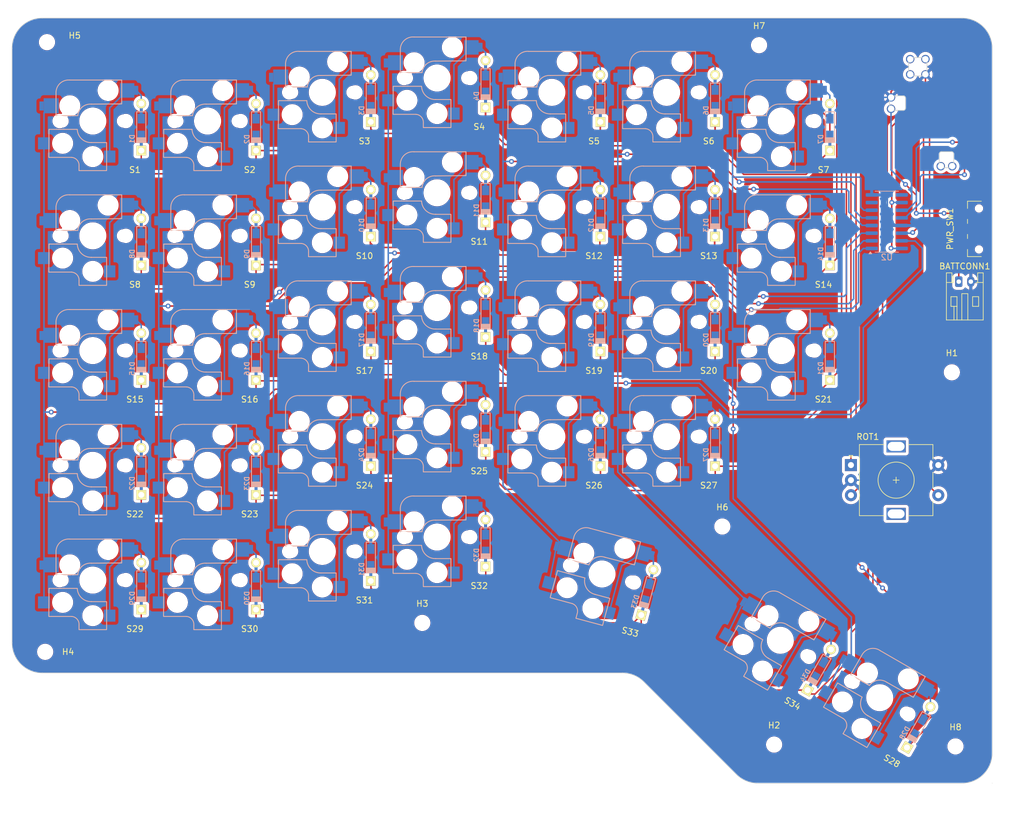
<source format=kicad_pcb>
(kicad_pcb (version 20240108) (generator "pcbnew") (generator_version "8.0")
  (layers (0 "F.Cu" signal) (31 "B.Cu" signal) (34 "B.Paste" user) (35 "F.Paste" user) (36 "B.SilkS" user "B.Silkscreen") (37 "F.SilkS" user "F.Silkscreen") (38 "B.Mask" user) (39 "F.Mask" user) (44 "Edge.Cuts" user))
  (net 0 "")
  (net 1 "row0")
  (net 2 "Net-(D1-A)")
  (net 3 "Net-(D2-A)")
  (net 4 "Net-(D3-A)")
  (net 5 "Net-(D4-A)")
  (net 6 "Net-(D5-A)")
  (net 7 "Net-(D6-A)")
  (net 8 "row1")
  (net 9 "Net-(D7-A)")
  (net 10 "Net-(D8-A)")
  (net 11 "Net-(D9-A)")
  (net 12 "Net-(D10-A)")
  (net 13 "Net-(D11-A)")
  (net 14 "Net-(D12-A)")
  (net 15 "row2")
  (net 16 "Net-(D13-A)")
  (net 17 "Net-(D14-A)")
  (net 18 "Net-(D15-A)")
  (net 19 "Net-(D16-A)")
  (net 20 "Net-(D17-A)")
  (net 21 "Net-(D18-A)")
  (net 22 "row3")
  (net 23 "Net-(D19-A)")
  (net 24 "Net-(D20-A)")
  (net 25 "Net-(D21-A)")
  (net 26 "Net-(D22-A)")
  (net 27 "Net-(D23-A)")
  (net 28 "Net-(D24-A)")
  (net 29 "row4")
  (net 30 "Net-(D25-A)")
  (net 31 "Net-(D26-A)")
  (net 32 "Net-(D27-A)")
  (net 33 "Net-(D28-A)")
  (net 34 "Net-(D29-A)")
  (net 35 "Net-(D30-A)")
  (net 37 "BATT")
  (net 38 "RAW")
  (net 39 "ROTA")
  (net 40 "ROTB")
  (net 41 "GND")
  (net 42 "B1")
  (net 43 "RESET")
  (net 44 "col0")
  (net 45 "col1")
  (net 46 "col2")
  (net 47 "col3")
  (net 48 "col4")
  (net 49 "col5")
  (net 50 "VCC")
  (net 54 "Net-(D31-A)")
  (net 55 "Net-(D32-A)")
  (net 56 "Net-(D33-A)")
  (net 57 "Net-(D34-A)")
  (net 58 "IO_CS")
  (net 59 "SCK")
  (net 60 "MOSI")
  (net 63 "col6")
  (net 64 "col7")
  (footprint "MountingHole:MountingHole_2.2mm_M2" (layer "F.Cu") (at 161.65 112.55)
    (property "Reference" "H6")
    (property "Value" "MountingHole")
  )
  (footprint "wackymxter:HybridDiode" (layer "F.Cu") (at 194.248322 145.851863 -120)
    (property "Reference" "D28")
    (property "Value" "Diode" (hide yes))
  )
  (footprint "wackymxter:MX_Choc_Hotswap" (layer "F.Cu") (at 133.35 59.53125)
    (property "Reference" "S12")
    (property "Value" "Keyswitch" (hide yes))
  )
  (footprint "wackymxter:HybridDiode" (layer "F.Cu") (at 103.3 98.63125 -90)
    (property "Reference" "D24")
    (property "Value" "Diode" (hide yes))
  )
  (footprint "wackymxter:MX_Choc_Hotswap" (layer "F.Cu") (at 114.3 76.2)
    (property "Reference" "S18")
    (property "Value" "Keyswitch" (hide yes))
  )
  (footprint "wackymxter:MX_Choc_Hotswap" (layer "F.Cu") (at 57.15 102.39375)
    (property "Reference" "S22")
    (property "Value" "Keyswitch" (hide yes))
  )
  (footprint "wackymxter:MX_Choc_Hotswap" (layer "F.Cu") (at 57.15 45.24375)
    (property "Reference" "S1")
    (property "Value" "Keyswitch" (hide yes))
  )
  (footprint "wackymxter:MX_Choc_Hotswap" (layer "F.Cu") (at 133.35 40.48125)
    (property "Reference" "S5")
    (property "Value" "Keyswitch" (hide yes))
  )
  (footprint "wackymxter:MX_Choc_Hotswap" (layer "F.Cu") (at 95.25 97.63125)
    (property "Reference" "S24")
    (property "Value" "Keyswitch" (hide yes))
  )
  (footprint "MountingHole:MountingHole_2.2mm_M2" (layer "F.Cu") (at 200.35 149.05)
    (property "Reference" "H8")
    (property "Value" "MountingHole")
  )
  (footprint "wackymxter:HybridDiode" (layer "F.Cu") (at 103.3 79.58125 -90)
    (property "Reference" "D17")
    (property "Value" "Diode" (hide yes))
  )
  (footprint "wackymxter:MX_Choc_Hotswap" (layer "F.Cu") (at 114.3 114.3)
    (property "Reference" "S32")
    (property "Value" "Keyswitch" (hide yes))
  )
  (footprint "MountingHole:MountingHole_2.2mm_M2" (layer "F.Cu") (at 49.55 32.15)
    (property "Reference" "H5")
    (property "Value" "MountingHole")
  )
  (footprint "wackymxter:MX_Choc_Hotswap" (layer "F.Cu") (at 133.35 97.63125)
    (property "Reference" "S26")
    (property "Value" "Keyswitch" (hide yes))
  )
  (footprint "wackymxter:HybridDiode" (layer "F.Cu") (at 160.45 60.53125 -90)
    (property "Reference" "D13")
    (property "Value" "Diode" (hide yes))
  )
  (footprint "wackymxter:MX_Choc_Hotswap" (layer "F.Cu") (at 187.776818 140.960838 -30)
    (property "Reference" "S28")
    (property "Value" "Keyswitch" (hide yes))
  )
  (footprint "wackymxter:HybridDiode" (layer "F.Cu") (at 84.25 103.39375 -90)
    (property "Reference" "D23")
    (property "Value" "Diode" (hide yes))
  )
  (footprint "wackymxter:MX_Choc_Hotswap" (layer "F.Cu") (at 171.45 83.34375)
    (property "Reference" "S21")
    (property "Value" "Keyswitch" (hide yes))
  )
  (footprint "wackymxter:HybridDiode" (layer "F.Cu") (at 160.45 41.48125 -90)
    (property "Reference" "D6")
    (property "Value" "Diode" (hide yes))
  )
  (footprint "Connector_JST:JST_PH_S2B-PH-K_1x02_P2.00mm_Horizontal" (layer "F.Cu") (at 200.9 71.9)
    (property "Reference" "BATTCONN1")
    (property "Value" "Conn_01x02_Female")
  )
  (footprint "wackymxter:MX_Choc_Hotswap" (layer "F.Cu") (at 76.2 83.34375)
    (property "Reference" "S16")
    (property "Value" "Keyswitch" (hide yes))
  )
  (footprint "wackymxter:HybridDiode" (layer "F.Cu") (at 179.5 46.24375 -90)
    (property "Reference" "D7")
    (property "Value" "Diode" (hide yes))
  )
  (footprint "MountingHole:MountingHole_2.2mm_M2" (layer "F.Cu") (at 111.85 128.55)
    (property "Reference" "H3")
    (property "Value" "MountingHole")
  )
  (footprint "wackymxter:HybridDiode" (layer "F.Cu") (at 179.5 65.29375 -90)
    (property "Reference" "D14")
    (property "Value" "Diode" (hide yes))
  )
  (footprint "wackymxter:MX_Choc_Hotswap" (layer "F.Cu") (at 57.15 83.34375)
    (property "Reference" "S15")
    (property "Value" "Keyswitch" (hide yes))
  )
  (footprint "Button_Switch_SMD:SW_SPDT_CK_JS102011SAQN" (layer "F.Cu") (at 204.25 63.15 90)
    (property "Reference" "PWR_SW1")
    (property "Value" "SW_SPDT")
  )
  (footprint "wackymxter:HybridDiode" (layer "F.Cu") (at 65.2 122.44375 -90)
    (property "Reference" "D29")
    (property "Value" "Diode" (hide yes))
  )
  (footprint "wackymxter:HybridDiode" (layer "F.Cu") (at 103.3 60.53125 -90)
    (property "Reference" "D10")
    (property "Value" "Diode" (hide yes))
  )
  (footprint "wackymxter:HybridDiode" (layer "F.Cu") (at 177.750538 136.326863 -120)
    (property "Reference" "D34")
    (property "Value" "Diode" (hide yes))
  )
  (footprint "wackymxter:HybridDiode" (layer "F.Cu") (at 103.3 41.48125 -90)
    (property "Reference" "D3")
    (property "Value" "Diode" (hide yes))
  )
  (footprint "Rotary_Encoder:RotaryEncoder_Alps_EC11E-Switch_Vertical_H20mm" (layer "F.Cu") (at 183 102.35)
    (property "Reference" "ROT1")
    (property "Value" "RotaryEncoder_Switch")
  )
  (footprint "mcu:xiao-ble-smd-cutout" (layer "F.Cu") (at 194.1 43.532)
    (property "Reference" "U1" (hide yes))
    (property "Value" "xiao-ble" (hide yes))
    (fp_line (start -4.699 -0.7488) (end -4.699 -1.7902) (stroke (width 0.12)) (layer "Edge.Cuts"))
    (fp_line (start -4.0132 -2.476) (end -2.413 -2.476) (stroke (width 0.12)) (layer "Edge.Cuts"))
    (fp_line (start -2.413 -0.063) (end -4.0132 -0.063) (stroke (width 0.12)) (layer "Edge.Cuts"))
    (fp_line (start -2.032 -2.095) (end -2.032 -0.444) (stroke (width 0.12)) (layer "Edge.Cuts"))
    (fp_line (start -1.524 -6.4638) (end -1.524 -8.1402) (stroke (width 0.12)) (layer "Edge.Cuts"))
    (fp_line (start -0.8382 -8.826) (end 0.8382 -8.826) (stroke (width 0.12)) (layer "Edge.Cuts"))
    (fp_line (start -0.8382 -5.778) (end 0.8382 -5.778) (stroke (width 0.12)) (layer "Edge.Cuts"))
    (fp_line (start 1.524 -6.4638) (end 1.524 -8.1402) (stroke (width 0.12)) (layer "Edge.Cuts"))
    (fp_line (start 3.556 8.7762) (end 3.5565 7.176) (stroke (width 0.12)) (layer "Edge.Cuts"))
    (fp_line (start 3.9375 6.795) (end 5.5885 6.795) (stroke (width 0.12)) (layer "Edge.Cuts"))
    (fp_line (start 5.2832 9.462) (end 4.2418 9.462) (stroke (width 0.12)) (layer "Edge.Cuts"))
    (fp_line (start 5.9695 7.176) (end 5.969 8.7762) (stroke (width 0.12)) (layer "Edge.Cuts"))
    (fp_arc (start -4.699 -0.7488) (mid -4.095391 -0.666609) (end -4.0132 -0.063) (stroke (width 0.12)) (layer "Edge.Cuts"))
    (fp_arc (start -4.0132 -2.476) (mid -4.095391 -1.872391) (end -4.699 -1.7902) (stroke (width 0.12)) (layer "Edge.Cuts"))
    (fp_arc (start -2.413 -2.476) (mid -2.143592 -2.364408) (end -2.032 -2.095) (stroke (width 0.12)) (layer "Edge.Cuts"))
    (fp_arc (start -2.032 -0.444) (mid -2.143592 -0.174592) (end -2.413 -0.063) (stroke (width 0.12)) (layer "Edge.Cuts"))
    (fp_arc (start -1.524 -6.4638) (mid -0.920391 -6.381609) (end -0.8382 -5.778) (stroke (width 0.12)) (layer "Edge.Cuts"))
    (fp_arc (start -0.8382 -8.826) (mid -0.920391 -8.222391) (end -1.524 -8.1402) (stroke (width 0.12)) (layer "Edge.Cuts"))
    (fp_arc (start 0.8382 -5.778) (mid 0.920391 -6.381609) (end 1.524 -6.4638) (stroke (width 0.12)) (layer "Edge.Cuts"))
    (fp_arc (start 1.524 -8.1402) (mid 0.920393 -8.222393) (end 0.8382 -8.826) (stroke (width 0.12)) (layer "Edge.Cuts"))
    (fp_arc (start 3.556 8.7762) (mid 4.159607 8.858393) (end 4.2418 9.462) (stroke (width 0.12)) (layer "Edge.Cuts"))
    (fp_arc (start 3.5565 7.176) (mid 3.668092 6.906592) (end 3.9375 6.795) (stroke (width 0.12)) (layer "Edge.Cuts"))
    (fp_arc (start 5.2832 9.462) (mid 5.365393 8.858393) (end 5.969 8.7762) (stroke (width 0.12)) (layer "Edge.Cuts"))
    (fp_arc (start 5.5885 6.795) (mid 5.857908 6.906592) (end 5.9695 7.176) (stroke (width 0.12)) (layer "Edge.Cuts"))
  )
  (footprint "wackymxter:MX_Choc_Hotswap" (layer "F.Cu") (at 152.4 97.63125)
    (property "Reference" "S27")
    (property "Value" "Keyswitch" (hide yes))
  )
  (footprint "wackymxter:MX_Choc_Hotswap" (layer "F.Cu") (at 95.25 78.58125)
    (property "Reference" "S17")
    (property "Value" "Keyswitch" (hide yes))
  )
  (footprint "wackymxter:HybridDiode" (layer "F.Cu") (at 179.5 84.34375 -90)
    (property "Reference" "D21")
    (property "Value" "Diode" (hide yes))
  )
  (footprint "wackymxter:MX_Choc_Hotswap" (layer "F.Cu") (at 152.4 40.48125)
    (property "Reference" "S6")
    (property "Value" "Keyswitch" (hide yes))
  )
  (footprint "wackymxter:HybridDiode" (layer "F.Cu") (at 122.35 96.25 -90)
    (property "Reference" "D25")
    (property "Value" "Diode" (hide yes))
  )
  (footprint "wackymxter:HybridDiode" (layer "F.Cu") (at 65.2 46.24375 -90)
    (property "Reference" "D1")
    (property "Value" "Diode" (hide yes))
  )
  (footprint "wackymxter:MX_Choc_Hotswap" (layer "F.Cu") (at 76.2 121.44375)
    (property "Reference" "S30")
    (property "Value" "Keyswitch" (hide yes))
  )
  (footprint "wackymxter:HybridDiode" (layer "F.Cu") (at 141.4 98.63125 -90)
    (property "Reference" "D26")
    (property "Value" "Diode" (hide yes))
  )
  (footprint "wackymxter:HybridDiode" (layer "F.Cu") (at 84.25 84.34375 -90)
    (property "Reference" "D16")
    (property "Value" "Diode" (hide yes))
  )
  (footprint "wackymxter:MX_Choc_Hotswap" (layer "F.Cu") (at 152.4 59.53125)
    (property "Reference" "S13")
    (property "Value" "Keyswitch" (hide yes))
  )
  (footprint "wackymxter:HybridDiode" (layer "F.Cu") (at 141.4 79.58125 -90)
    (property "Reference" "D19")
    (property "Value" "Diode" (hide yes))
  )
  (footprint "wackymxter:MX_Choc_Hotswap" (layer "F.Cu") (at 171.279034 131.435838 -30)
    (property "Reference" "S34")
    (property "Value" "Keyswitch" (hide yes))
  )
  (footprint "wackymxter:HybridDiode" (layer "F.Cu") (at 122.35 115.3 -90)
    (property "Reference" "D32")
    (property "Value" "Diode" (hide yes))
  )
  (footprint "wackymxter:HybridDiode" (layer "F.Cu") (at 122.35 77.2 -90)
    (property "Reference" "D18")
    (property "Value" "Diode" (hide yes))
  )
  (footprint "wackymxter:HybridDiode" (layer "F.Cu") (at 149.198514 123.47557 -105)
    (property "Reference" "D33")
    (property "Value" "Diode" (hide yes))
  )
  (footprint "wackymxter:MX_Choc_Hotswap" (layer "F.Cu") (at 76.2 102.39375)
    (property "Reference" "S23")
    (property "Value" "Keyswitch" (hide yes))
  )
  (footprint "wackymxter:MX_Choc_Hotswap" (layer "F.Cu") (at 114.3 95.25)
    (property "Reference" "S25")
    (property "Value" "Keyswitch" (hide yes))
  )
  (footprint "wackymxter:MX_Choc_Hotswap" (layer "F.Cu") (at 114.3 57.15)
    (property "Reference" "S11")
    (property "Value" "Keyswitch" (hide yes))
  )
  (footprint "wackymxter:MX_Choc_Hotswap" (layer "F.Cu") (at 114.3 38.1)
    (property "Reference" "S4")
    (property "Value" "Keyswitch" (hide yes))
  )
  (footprint "wackymxter:HybridDiode" (layer "F.Cu") (at 84.25 46.24375 -90)
    (property "Reference" "D2")
    (property "Value" "Diode" (hide yes))
  )
  (footprint "MountingHole:MountingHole_2.2mm_M2" (layer "F.Cu") (at 49.25 133.35)
    (property "Reference" "H4")
    (property "Value" "MountingHole")
  )
  (footprint "wackymxter:HybridDiode" (layer "F.Cu") (at 160.45 79.58125 -90)
    (property "Reference" "D20")
    (property "Value" "Diode" (hide yes))
  )
  (footprint "wackymxter:HybridDiode" (layer "F.Cu") (at 122.35 58.15 -90)
    (property "Reference" "D11")
    (property "Value" "Diode" (hide yes))
  )
  (footprint "wackymxter:HybridDiode" (layer "F.Cu") (at 122.35 39.1 -90)
    (property "Reference" "D4")
    (property "Value" "Diode" (hide yes))
  )
  (footprint "wackymxter:MX_Choc_Hotswap" (layer "F.Cu") (at 57.15 121.44375)
    (property "Reference" "S29")
    (property "Value" "Keyswitch" (hide yes))
  )
  (footprint "wackymxter:MX_Choc_Hotswap" (layer "F.Cu") (at 171.45 45.24375)
    (property "Reference" "S7")
    (property "Value" "Keyswitch" (hide yes))
  )
  (footprint "wackymxter:MX_Choc_Hotswap" (layer "F.Cu") (at 57.15 64.29375)
    (property "Reference" "S8")
    (property "Value" "Keyswitch" (hide yes))
  )
  (footprint "wackymxter:HybridDiode" (layer "F.Cu") (at 65.2 103.39375 -90)
    (property "Reference" "D22")
    (property "Value" "Diode" (hide yes))
  )
  (footprint "wackymxter:MX_Choc_Hotswap" (layer "F.Cu") (at 95.25 116.68125)
    (property "Reference" "S31")
    (property "Value" "Keyswitch" (hide yes))
  )
  (footprint "wackymxter:HybridDiode" (layer "F.Cu") (at 141.4 60.53125 -90)
    (property "Reference" "D12")
    (property "Value" "Diode" (hide yes))
  )
  (footprint "wackymxter:HybridDiode" (layer "F.Cu") (at 103.3 117.68125 -90)
    (property "Reference" "D31")
    (property "Value" "Diode" (hide yes))
  )
  (footprint "wackymxter:MX_Choc_Hotswap" (layer "F.Cu") (at 133.35 78.58125)
    (property "Reference" "S19")
    (property "Value" "Keyswitch" (hide yes))
  )
  (footprint "wackymxter:HybridDiode" (layer "F.Cu") (at 65.2 84.34375 -90)
    (property "Reference" "D15")
    (property "Value" "Diode" (hide yes))
  )
  (footprint "MountingHole:MountingHole_2.2mm_M2" (layer "F.Cu") (at 167.75 32.65)
    (property "Reference" "H7")
    (property "Value" "MountingHole")
  )
  (footprint "MountingHole:MountingHole_2.2mm_M2" (layer "F.Cu") (at 199.75 86.95)
    (property "Reference" "H1")
    (property "Value" "MountingHole")
  )
  (footprint "wackymxter:MX_Choc_Hotswap" (layer "F.Cu") (at 95.25 59.53125)
    (property "Reference" "S10")
    (property "Value" "Keyswitch" (hide yes))
  )
  (footprint "MountingHole:MountingHole_2.2mm_M2" (layer "F.Cu") (at 170.25 148.75)
    (property "Reference" "H2")
    (property "Value" "MountingHole")
  )
  (footprint "wackymxter:HybridDiode" (layer "F.Cu") (at 141.4 41.48125 -90)
    (property "Reference" "D5")
    (property "Value" "Diode" (hide yes))
  )
  (footprint "wackymxter:MX_Choc_Hotswap" (layer "F.Cu") (at 141.681631 120.426151 -15)
    (property "Reference" "S33")
    (property "Value" "Keyswitch" (hide yes))
  )
  (footprint "wackymxter:HybridDiode" (layer "F.Cu") (at 84.25 65.29375 -90)
    (property "Reference" "D9")
    (property "Value" "Diode" (hide yes))
  )
  (footprint "wackymxter:HybridDiode" (layer "F.Cu") (at 84.25 122.44375 -90)
    (property "Reference" "D30")
    (property "Value" "Diode" (hide yes))
  )
  (footprint "wackymxter:MX_Choc_Hotswap" (layer "F.Cu") (at 171.45 64.29375)
    (property "Reference" "S14")
    (property "Value" "Keyswitch" (hide yes))
  )
  (footprint "wackymxter:HybridDiode" (layer "F.Cu") (at 65.2 65.29375 -90)
    (property "Reference" "D8")
    (property "Value" "Diode" (hide yes))
  )
  (footprint "wackymxter:MX_Choc_Hotswap" (layer "F.Cu") (at 76.2 45.24375)
    (property "Reference" "S2")
    (property "Value" "Keyswitch" (hide yes))
  )
  (footprint "wackymxter:MX_Choc_Hotswap" (layer "F.Cu") (at 76.2 64.29375)
    (property "Reference" "S9")
    (property "Value" "Keyswitch" (hide yes))
  )
  (footprint "wackymxter:MX_Choc_Hotswap" (layer "F.Cu") (at 95.25 40.48125)
    (property "Reference" "S3")
    (property "Value" "Keyswitch" (hide yes))
  )
  (footprint "wackymxter:HybridDiode" (layer "F.Cu") (at 160.45 98.63125 -90)
    (property "Reference" "D27")
    (property "Value" "Diode" (hide yes))
  )
  (footprint "wackymxter:MX_Choc_Hotswap" (layer "F.Cu") (at 152.4 78.58125)
    (property "Reference" "S20")
    (property "Value" "Keyswitch" (hide yes))
  )
  (footprint "Package_SO:SOP-16_3.9x9.9mm_P1.27mm" (layer "B.Cu") (at 188.95 61.95)
    (property "Reference" "U2")
    (property "Value" "74HC595")
  )
  (gr_line (start 48.75 28.15) (end 201.45 28.15) (stroke (width 0.1)) (layer "Edge.Cuts"))
  (gr_line (start 206.45 155.15) (end 206.45 155.15) (stroke (width 0.1)) (layer "Edge.Cuts"))
  (gr_arc (start 43.75 33.15) (mid 45.214466 29.614466) (end 48.75 28.15) (stroke (width 0.1)) (layer "Edge.Cuts"))
  (gr_arc (start 48.75 136.85) (mid 45.214466 135.385534) (end 43.75 131.85) (stroke (width 0.1)) (layer "Edge.Cuts"))
  (gr_arc (start 167.521068 155.15) (mid 165.607658 154.769387) (end 163.985534 153.685534) (stroke (width 0.1)) (layer "Edge.Cuts"))
  (gr_line (start 43.75 131.85) (end 43.75 33.15) (stroke (width 0.1)) (layer "Edge.Cuts"))
  (gr_arc (start 201.45 28.15) (mid 204.985534 29.614466) (end 206.45 33.15) (stroke (width 0.1)) (layer "Edge.Cuts"))
  (gr_arc (start 145.078932 136.85) (mid 146.992349 137.230602) (end 148.614466 138.314466) (stroke (width 0.1)) (layer "Edge.Cuts"))
  (gr_arc (start 206.45 150.15) (mid 204.985534 153.685534) (end 201.45 155.15) (stroke (width 0.1)) (layer "Edge.Cuts"))
  (gr_line (start 145.078932 136.85) (end 48.75 136.85) (stroke (width 0.1)) (layer "Edge.Cuts"))
  (gr_line (start 201.45 155.15) (end 167.521068 155.15) (stroke (width 0.1)) (layer "Edge.Cuts"))
  (gr_line (start 163.985534 153.685534) (end 148.614466 138.314466) (stroke (width 0.1)) (layer "Edge.Cuts"))
  (gr_line (start 206.45 33.15) (end 206.45 150.15) (stroke (width 0.1)) (layer "Edge.Cuts"))
  (segment (start 141.4 45.38125) (end 141.4 48.35) (width 0.25) (layer "F.Cu") (net 1))
  (segment (start 125.6 49.15) (end 122.35 45.9) (width 0.25) (layer "F.Cu") (net 1))
  (segment (start 103.3 46.55) (end 104.05 47.3) (width 0.25) (layer "F.Cu") (net 1))
  (segment (start 141.4 48.35) (end 140.6 49.15) (width 0.25) (layer "F.Cu") (net 1))
  (segment (start 179.5 50.14375) (end 179.5 45) (width 0.25) (layer "F.Cu") (net 1))
  (segment (start 179.5 45) (end 178.05 43.55) (width 0.25) (layer "F.Cu") (net 1))
  (segment (start 165.2 54.1) (end 175.54375 54.1) (width 0.25) (layer "F.Cu") (net 1))
  (segment (start 160.45 49.35) (end 165.2 54.1) (width 0.25) (layer "F.Cu") (net 1))
  (segment (start 65.2 53.15) (end 66.05 54) (width 0.25) (layer "F.Cu") (net 1))
  (segment (start 178.488 35.912) (end 185.53004 35.912) (width 0.25) (layer "F.Cu") (net 1))
  (segment (start 143.4 49.35) (end 159.1 49.35) (width 0.25) (layer "F.Cu") (net 1))
  (segment (start 141.4 45.38125) (end 141.4 47.35) (width 0.25) (layer "F.Cu") (net 1))
  (segment (start 103.3 45.38125) (end 103.3 46.55) (width 0.25) (layer "F.Cu") (net 1))
  (segment (start 121.7 47.3) (end 122.35 46.65) (width 0.25) (layer "F.Cu") (net 1))
  (segment (start 175.54375 54.1) (end 179.5 50.14375) (width 0.25) (layer "F.Cu") (net 1))
  (segment (start 104.05 47.3) (end 121.7 47.3) (width 0.25) (layer "F.Cu") (net 1))
  (segment (start 141.4 47.35) (end 143.4 49.35) (width 0.25) (layer "F.Cu") (net 1))
  (segment (start 102.10625 50.14375) (end 103.3 48.95) (width 0.25) (layer "F.Cu") (net 1))
  (segment (start 178.05 43.55) (end 178.05 36.35) (width 0.25) (layer "F.Cu") (net 1))
  (segment (start 84.25 50.14375) (end 102.10625 50.14375) (width 0.25) (layer "F.Cu") (net 1))
  (segment (start 84.25 53.35) (end 84.25 50.14375) (width 0.25) (layer "F.Cu") (net 1))
  (segment (start 122.35 46.65) (end 122.35 43) (width 0.25) (layer "F.Cu") (net 1))
  (segment (start 83.6 54) (end 84.25 53.35) (width 0.25) (layer "F.Cu") (net 1))
  (segment (start 122.35 45.9) (end 122.35 43) (width 0.25) (layer "F.Cu") (net 1))
  (segment (start 160.45 48) (end 159.1 49.35) (width 0.25) (layer "F.Cu") (net 1))
  (segment (start 160.45 45.38125) (end 160.45 49.35) (width 0.25) (layer "F.Cu") (net 1))
  (segment (start 160.45 45.38125) (end 160.45 48) (width 0.25) (layer "F.Cu") (net 1))
  (segment (start 66.05 54) (end 83.6 54) (width 0.25) (layer "F.Cu") (net 1))
  (segment (start 65.2 50.14375) (end 65.2 53.15) (width 0.25) (layer "F.Cu") (net 1))
  (segment (start 103.3 48.95) (end 103.3 45.38125) (width 0.25) (layer "F.Cu") (net 1))
  (segment (start 140.6 49.15) (end 125.6 49.15) (width 0.25) (layer "F.Cu") (net 1))
  (segment (start 178.05 36.35) (end 178.488 35.912) (width 0.25) (layer "F.Cu") (net 1))
  (segment (start 59.95 43.06375) (end 62.85 40.16375) (width 0.25) (layer "B.Cu") (net 2))
  (segment (start 65.2 42.34375) (end 65.2 40.99375) (width 0.25) (layer "B.Cu") (net 2))
  (segment (start 65.2 40.99375) (end 64.35 40.14375) (width 0.25) (layer "B.Cu") (net 2))
  (segment (start 59.95 51.14375) (end 59.95 43.06375) (width 0.25) (layer "B.Cu") (net 2))
  (segment (start 79 43.06375) (end 81.9 40.16375) (width 0.25) (layer "B.Cu") (net 3))
  (segment (start 84.25 42.34375) (end 84.25 40.99375) (width 0.25) (layer "B.Cu") (net 3))
  (segment (start 84.25 40.99375) (end 83.4 40.14375) (width 0.25) (layer "B.Cu") (net 3))
  (segment (start 79 51.14375) (end 79 43.06375) (width 0.25) (layer "B.Cu") (net 3))
  (segment (start 98.05 38.30125) (end 100.95 35.40125) (width 0.25) (layer "B.Cu") (net 4))
  (segment (start 103.3 36.23125) (end 102.45 35.38125) (width 0.25) (layer "B.Cu") (net 4))
  (segment (start 98.05 46.38125) (end 98.05 38.30125) (width 0.25) (layer "B.Cu") (net 4))
  (segment (start 103.3 37.58125) (end 103.3 36.23125) (width 0.25) (layer "B.Cu") (net 4))
  (segment (start 122.35 33.85) (end 121.5 33) (width 0.25) (layer "B.Cu") (net 5))
  (segment (start 122.35 35.2) (end 122.35 33.85) (width 0.25) (layer "B.Cu") (net 5))
  (segment (start 117.1 35.92) (end 120 33.02) (width 0.25) (layer "B.Cu") (net 5))
  (segment (start 117.1 44) (end 117.1 35.92) (width 0.25) (layer "B.Cu") (net 5))
  (segment (start 141.4 36.23125) (end 140.55 35.38125) (width 0.25) (layer "B.Cu") (net 6))
  (segment (start 136.15 46.38125) (end 136.15 38.30125) (width 0.25) (layer "B.Cu") (net 6))
  (segment (start 136.15 38.30125) (end 139.05 35.40125) (width 0.25) (layer "B.Cu") (net 6))
  (segment (start 141.4 37.58125) (end 141.4 36.23125) (width 0.25) (layer "B.Cu") (net 6))
  (segment (start 155.2 38.30125) (end 158.1 35.40125) (width 0.25) (layer "B.Cu") (net 7))
  (segment (start 160.45 36.23125) (end 159.6 35.38125) (width 0.25) (layer "B.Cu") (net 7))
  (segment (start 160.45 37.58125) (end 160.45 36.23125) (width 0.25) (layer "B.Cu") (net 7))
  (segment (start 155.2 46.38125) (end 155.2 38.30125) (width 0.25) (layer "B.Cu") (net 7))
  (segment (start 141.325 66.275) (end 143.325 68.275) (width 0.25) (layer "F.Cu") (net 8))
  (segment (start 180.948 38.452) (end 185.53004 38.452) (width 0.25) (layer "F.Cu") (net 8))
  (segment (start 180.65 68.04375) (end 180.65 38.75) (width 0.25) (layer "F.Cu") (net 8))
  (segment (start 103.225 65.475) (end 103.975 66.225) (width 0.25) (layer "F.Cu") (net 8))
  (segment (start 175.46875 73.025) (end 179.425 69.06875) (width 0.25) (layer "F.Cu") (net 8))
  (segment (start 122.35 65.125) (end 124.7 67.475) (width 0.25) (layer "F.Cu") (net 8))
  (segment (start 165.125 73.025) (end 175.46875 73.025) (width 0.25) (layer "F.Cu") (net 8))
  (segment (start 65.2 72.25625) (end 66.05 73.10625) (width 0.25) (layer "F.Cu") (net 8))
  (segment (start 180.65 38.75) (end 180.948 38.452) (width 0.25) (layer "F.Cu") (net 8))
  (segment (start 65.2 69.25) (end 65.2 72.25625) (width 0.25) (layer "F.Cu") (net 8))
  (segment (start 66.05 73.10625) (end 83.6 73.10625) (width 0.25) (layer "F.Cu") (net 8))
  (segment (start 102.03125 69.06875) (end 103.225 67.875) (width 0.25) (layer "F.Cu") (net 8))
  (segment (start 122.35 65.125) (end 121.25 66.225) (width 0.25) (layer "F.Cu") (net 8))
  (segment (start 103.975 66.225) (end 121.25 66.225) (width 0.25) (layer "F.Cu") (net 8))
  (segment (start 160.375 64.30625) (end 160.375 68.275) (width 0.25) (layer "F.Cu") (net 8))
  (segment (start 141.325 67.275) (end 141.325 64.30625) (width 0.25) (layer "F.Cu") (net 8))
  (segment (start 141.125 67.475) (end 141.325 67.275) (width 0.25) (layer "F.Cu") (net 8))
  (segment (start 179.5 69.19375) (end 180.65 68.04375) (width 0.25) (layer "F.Cu") (net 8))
  (segment (start 143.325 68.275) (end 159.025 68.275) (width 0.25) (layer "F.Cu") (net 8))
  (segment (start 103.225 67.875) (end 103.225 64.30625) (width 0.25) (layer "F.Cu") (net 8))
  (segment (start 84.175 69.06875) (end 102.03125 69.06875) (width 0.25) (layer "F.Cu") (net 8))
  (segment (start 160.375 68.275) (end 165.125 73.025) (width 0.25) (layer "F.Cu") (net 8))
  (segment (start 160.375 66.925) (end 159.025 68.275) (width 0.25) (layer "F.Cu") (net 8))
  (segment (start 160.375 64.30625) (end 160.375 66.925) (width 0.25) (layer "F.Cu") (net 8))
  (segment (start 84.25 72.45625) (end 84.25 69.25) (width 0.25) (layer "F.Cu") (net 8))
  (segment (start 83.6 73.10625) (end 84.25 72.45625) (width 0.25) (layer "F.Cu") (net 8))
  (segment (start 124.7 67.475) (end 141.125 67.475) (width 0.25) (layer "F.Cu") (net 8))
  (segment (start 122.35 62.05) (end 122.35 65.125) (width 0.25) (layer "F.Cu") (net 8))
  (segment (start 179.5 40.99375) (end 178.65 40.14375) (width 0.25) (layer "B.Cu") (net 9))
  (segment (start 174.25 51.14375) (end 174.25 43.06375) (width 0.25) (layer "B.Cu") (net 9))
  (segment (start 174.25 43.06375) (end 177.15 40.16375) (width 0.25) (layer "B.Cu") (net 9))
  (segment (start 179.5 42.34375) (end 179.5 40.99375) (width 0.25) (layer "B.Cu") (net 9))
  (segment (start 59.95 70.19375) (end 59.95 62.11375) (width 0.25) (layer "B.Cu") (net 10))
  (segment (start 65.2 61.39375) (end 65.2 60.04375) (width 0.25) (layer "B.Cu") (net 10))
  (segment (start 59.95 62.11375) (end 62.85 59.21375) (width 0.25) (layer "B.Cu") (net 10))
  (segment (start 65.2 60.04375) (end 64.35 59.19375) (width 0.25) (layer "B.Cu") (net 10))
  (segment (start 79 70.19375) (end 79 62.11375) (width 0.25) (layer "B.Cu") (net 11))
  (segment (start 84.25 61.39375) (end 84.25 60.04375) (width 0.25) (layer "B.Cu") (net 11))
  (segment (start 84.25 60.04375) (end 83.4 59.19375) (width 0.25) (layer "B.Cu") (net 11))
  (segment (start 79 62.11375) (end 81.9 59.21375) (width 0.25) (layer "B.Cu") (net 11))
  (segment (start 98.05 65.43125) (end 98.05 57.35125) (width 0.25) (layer "B.Cu") (net 12))
  (segment (start 98.05 57.35125) (end 100.95 54.45125) (width 0.25) (layer "B.Cu") (net 12))
  (segment (start 103.3 56.63125) (end 103.3 55.28125) (width 0.25) (layer "B.Cu") (net 12))
  (segment (start 103.3 55.28125) (end 102.45 54.43125) (width 0.25) (layer "B.Cu") (net 12))
  (segment (start 122.35 52.9) (end 121.5 52.05) (width 0.25) (layer "B.Cu") (net 13))
  (segment (start 117.1 63.05) (end 117.1 54.97) (width 0.25) (layer "B.Cu") (net 13))
  (segment (start 117.1 54.97) (end 120 52.07) (width 0.25) (layer "B.Cu") (net 13))
  (segment (start 122.35 54.25) (end 122.35 52.9) (width 0.25) (layer "B.Cu") (net 13))
  (segment (start 136.15 57.35125) (end 139.05 54.45125) (width 0.25) (layer "B.Cu") (net 14))
  (segment (start 136.15 65.43125) (end 136.15 57.35125) (width 0.25) (layer "B.Cu") (net 14))
  (segment (start 141.4 55.28125) (end 140.55 54.43125) (width 0.25) (layer "B.Cu") (net 14))
  (segment (start 141.4 56.63125) (end 141.4 55.28125) (width 0.25) (layer "B.Cu") (net 14))
  (segment (start 164.296875 91.396875) (end 176.496875 91.396875) (width 0.25) (layer "F.Cu") (net 15))
  (segment (start 122.375 84.125) (end 122.375 81.225) (width 0.25) (layer "F.Cu") (net 15))
  (segment (start 125.625 87.375) (end 122.375 84.125) (width 0.25) (layer "F.Cu") (net 15))
  (segment (start 160.475 86.225) (end 160.475 87.575) (width 0.25) (layer "F.Cu") (net 15))
  (segment (start 65.2 88.3) (end 65.2 91.30625) (width 0.25) (layer "F.Cu") (net 15))
  (segment (start 103.325 87.175) (end 103.325 83.60625) (width 0.25) (layer "F.Cu") (net 15))
  (segment (start 176.496875 91.396875) (end 179.525 88.36875) (width 0.25) (layer "F.Cu") (net 15))
  (segment (start 83.6 92.15625) (end 84.25 91.50625) (width 0.25) (layer "F.Cu") (net 15))
  (segment (start 104.075 85.525) (end 121.725 85.525) (width 0.25) (layer "F.Cu") (net 15))
  (segment (start 141.425 86.575) (end 140.625 87.375) (width 0.25) (layer "F.Cu") (net 15))
  (segment (start 181.45 41.35) (end 181.45 86.29375) (width 0.25) (layer "F.Cu") (net 15))
  (segment (start 66.05 92.15625) (end 83.6 92.15625) (width 0.25) (layer "F.Cu") (net 15))
  (segment (start 160.45 86.2) (end 160.45 83.48125) (width 0.25) (layer "F.Cu") (net 15))
  (segment (start 143.425 87.575) (end 159.125 87.575) (width 0.25) (layer "F.Cu") (net 15))
  (segment (start 160.475 86.225) (end 160.45 86.2) (width 0.25) (layer "F.Cu") (net 15))
  (segment (start 102.13125 88.36875) (end 103.325 87.175) (width 0.25) (layer "F.Cu") (net 15))
  (segment (start 122.375 84.875) (end 122.375 81.225) (width 0.25) (layer "F.Cu") (net 15))
  (segment (start 140.625 87.375) (end 125.625 87.375) (width 0.25) (layer "F.Cu") (net 15))
  (segment (start 141.425 85.575) (end 143.425 87.575) (width 0.25) (layer "F.Cu") (net 15))
  (segment (start 65.2 91.30625) (end 66.05 92.15625) (width 0.25) (layer "F.Cu") (net 15))
  (segment (start 181.808 40.992) (end 181.45 41.35) (width 0.25) (layer "F.Cu") (net 15))
  (segment (start 181.45 86.29375) (end 179.5 88.24375) (width 0.25) (layer "F.Cu") (net 15))
  (segment (start 121.725 85.525) (end 122.375 84.875) (width 0.25) (layer "F.Cu") (net 15))
  (segment (start 141.425 83.60625) (end 141.425 86.575) (width 0.25) (layer "F.Cu") (net 15))
  (segment (start 185.53004 40.992) (end 181.808 40.992) (width 0.25) (layer "F.Cu") (net 15))
  (segment (start 160.475 87.575) (end 164.296875 91.396875) (width 0.25) (layer "F.Cu") (net 15))
  (segment (start 84.25 91.50625) (end 84.25 88.3) (width 0.25) (layer "F.Cu") (net 15))
  (segment (start 159.125 87.575) (end 160.475 86.225) (width 0.25) (layer "F.Cu") (net 15))
  (segment (start 84.275 88.36875) (end 102.13125 88.36875) (width 0.25) (layer "F.Cu") (net 15))
  (segment (start 103.325 84.775) (end 104.075 85.525) (width 0.25) (layer "F.Cu") (net 15))
  (segment (start 160.45 56.63125) (end 160.45 55.28125) (width 0.25) (layer "B.Cu") (net 16))
  (segment (start 155.2 57.35125) (end 158.1 54.45125) (width 0.25) (layer "B.Cu") (net 16))
  (segment (start 155.2 65.43125) (end 155.2 57.35125) (width 0.25) (layer "B.Cu") (net 16))
  (segment (start 160.45 55.28125) (end 159.6 54.43125) (width 0.25) (layer "B.Cu") (net 16))
  (segment (start 179.5 60.04375) (end 178.65 59.19375) (width 0.25) (layer "B.Cu") (net 17))
  (segment (start 174.25 70.19375) (end 174.25 62.11375) (width 0.25) (layer "B.Cu") (net 17))
  (segment (start 174.25 62.11375) (end 177.15 59.21375) (width 0.25) (layer "B.Cu") (net 17))
  (segment (start 179.5 61.39375) (end 179.5 60.04375) (width 0.25) (layer "B.Cu") (net 17))
  (segment (start 65.2 80.44375) (end 65.2 79.09375) (width 0.25) (layer "B.Cu") (net 18))
  (segment (start 59.95 81.16375) (end 62.85 78.26375) (width 0.25) (layer "B.Cu") (net 18))
  (segment (start 65.2 79.09375) (end 64.35 78.24375) (width 0.25) (layer "B.Cu") (net 18))
  (segment (start 59.95 89.24375) (end 59.95 81.16375) (width 0.25) (layer "B.Cu") (net 18))
  (segment (start 84.25 79.09375) (end 83.4 78.24375) (width 0.25) (layer "B.Cu") (net 19))
  (segment (start 79 81.16375) (end 81.9 78.26375) (width 0.25) (layer "B.Cu") (net 19))
  (segment (start 79 89.24375) (end 79 81.16375) (width 0.25) (layer "B.Cu") (net 19))
  (segment (start 84.25 80.44375) (end 84.25 79.09375) (width 0.25) (layer "B.Cu") (net 19))
  (segment (start 103.3 75.68125) (end 103.3 74.33125) (width 0.25) (layer "B.Cu") (net 20))
  (segment (start 98.05 76.40125) (end 100.95 73.50125) (width 0.25) (layer "B.Cu") (net 20))
  (segment (start 103.3 74.33125) (end 102.45 73.48125) (width 0.25) (layer "B.Cu") (net 20))
  (segment (start 98.05 84.48125) (end 98.05 76.40125) (width 0.25) (layer "B.Cu") (net 20))
  (segment (start 117.1 74.02) (end 120 71.12) (width 0.25) (layer "B.Cu") (net 21))
  (segment (start 122.35 73.3) (end 122.35 71.95) (width 0.25) (layer "B.Cu") (net 21))
  (segment (start 117.1 82.1) (end 117.1 74.02) (width 0.25) (layer "B.Cu") (net 21))
  (segment (start 122.35 71.95) (end 121.5 71.1) (width 0.25) (layer "B.Cu") (net 21))
  (segment (start 182.25 43.75) (end 182.25 88.35) (width 0.25) (layer "F.Cu") (net 22))
  (segment (start 182.468 43.532) (end 182.25 43.75) (width 0.25) (layer "F.Cu") (net 22))
  (segment (start 185.53004 43.532) (end 182.468 43.532) (width 0.25) (layer "F.Cu") (net 22))
  (segment (start 143.425 106.575) (end 159.125 106.575) (width 0.25) (layer "F.Cu") (net 22))
  (segment (start 103.325 106.175) (end 103.325 102.60625) (width 0.25) (layer "F.Cu") (net 22))
  (segment (start 125.625 106.375) (end 122.375 103.125) (width 0.25) (layer "F.Cu") (net 22))
  (segment (start 168.06875 102.53125) (end 160.45 102.53125) (width 0.25) (layer "F.Cu") (net 22))
  (segment (start 104.075 104.525) (end 121.725 104.525) (width 0.25) (layer "F.Cu") (net 22))
  (segment (start 103.325 103.775) (end 104.075 104.525) (width 0.25) (layer "F.Cu") (net 22))
  (segment (start 141.425 104.575) (end 143.425 106.575) (width 0.25) (layer "F.Cu") (net 22))
  (segment (start 198.05 132.55) (end 198.05 143.477684) (width 0.25) (layer "F.Cu") (net 22))
  (segment (start 122.375 103.875) (end 122.375 100.225) (width 0.25) (layer "F.Cu") (net 22))
  (segment (start 65.2 107.35) (end 65.2 110.35625) (width 0.25) (layer "F.Cu") (net 22))
  (segment (start 83.6 111.20625) (end 84.25 110.55625) (width 0.25) (layer "F.Cu") (net 22))
  (segment (start 102.13125 107.36875) (end 103.325 106.175) (width 0.25) (layer "F.Cu") (net 22))
  (segment (start 66.05 111.20625) (end 83.6 111.20625) (width 0.25) (layer "F.Cu") (net 22))
  (segment (start 141.425 102.60625) (end 141.425 105.575) (width 0.25) (layer "F.Cu") (net 22))
  (segment (start 188.25 122.75) (end 198.05 132.55) (width 0.25) (layer "F.Cu") (net 22))
  (segment (start 84.275 107.36875) (end 102.13125 107.36875) (width 0.25) (layer "F.Cu") (net 22))
  (segment (start 160.475 105.225) (end 159.125 106.575) (width 0.25) (layer "F.Cu") (net 22))
  (segment (start 182.25 88.35) (end 168.06875 102.53125) (width 0.25) (layer "F.Cu") (net 22))
  (segment (start 160.475 102.60625) (end 160.475 105.225) (width 0.25) (layer "F.Cu") (net 22))
  (segment (start 141.425 105.575) (end 140.625 106.375) (width 0.25) (layer "F.Cu") (net 22))
  (segment (start 121.725 104.525) (end 122.375 103.875) (width 0.25) (layer "F.Cu") (net 22))
  (segment (start 184.85 119.3125) (end 184.85 119.35) (width 0.25) (layer "F.Cu") (net 22))
  (segment (start 168.06875 102.53125) (end 184.85 119.3125) (width 0.25) (layer "F.Cu") (net 22))
  (segment (start 122.375 103.125) (end 122.375 100.225) (width 0.25) (layer "F.Cu") (net 22))
  (segment (start 65.2 110.35625) (end 66.05 111.20625) (width 0.25) (layer "F.Cu") (net 22))
  (segment (start 84.25 110.55625) (end 84.25 107.35) (width 0.25) (layer "F.Cu") (net 22))
  (segment (start 140.625 106.375) (end 125.625 106.375) (width 0.25) (layer "F.Cu") (net 22))
  (segment (start 192.298322 149.229362) (end 198.05 143.477684) (width 0.25) (layer "F.Cu") (net 22))
  (via (at 184.85 119.35) (size 0.8) (drill 0.4) (layers "F.Cu" "B.Cu") (net 22))
  (via (at 188.25 122.75) (size 0.8) (drill 0.4) (layers "F.Cu" "B.Cu") (net 22))
  (segment (start 184.85 119.35) (end 188.25 122.75) (width 0.25) (layer "B.Cu") (net 22))
  (segment (start 141.4 75.68125) (end 141.4 74.33125) (width 0.25) (layer "B.Cu") (net 23))
  (segment (start 141.4 74.33125) (end 140.55 73.48125) (width 0.25) (layer "B.Cu") (net 23))
  (segment (start 136.15 76.40125) (end 139.05 73.50125) (width 0.25) (layer "B.Cu") (net 23))
  (segment (start 136.15 84.48125) (end 136.15 76.40125) (width 0.25) (layer "B.Cu") (net 23))
  (segment (start 160.45 75.68125) (end 160.45 74.33125) (width 0.25) (layer "B.Cu") (net 24))
  (segment (start 155.2 84.48125) (end 155.2 76.40125) (width 0.25) (layer "B.Cu") (net 24))
  (segment (start 155.2 76.40125) (end 158.1 73.50125) (width 0.25) (layer "B.Cu") (net 24))
  (segment (start 160.45 74.33125) (end 159.6 73.48125) (width 0.25) (layer "B.Cu") (net 24))
  (segment (start 174.25 81.16375) (end 177.15 78.26375) (width 0.25) (layer "B.Cu") (net 25))
  (segment (start 179.5 80.44375) (end 179.5 79.09375) (width 0.25) (layer "B.Cu") (net 25))
  (segment (start 179.5 79.09375) (end 178.65 78.24375) (width 0.25) (layer "B.Cu") (net 25))
  (segment (start 174.25 89.24375) (end 174.25 81.16375) (width 0.25) (layer "B.Cu") (net 25))
  (segment (start 59.95 100.21375) (end 62.85 97.31375) (width 0.25) (layer "B.Cu") (net 26))
  (segment (start 59.95 108.29375) (end 59.95 100.21375) (width 0.25) (layer "B.Cu") (net 26))
  (segment (start 65.2 99.49375) (end 65.2 98.14375) (width 0.25) (layer "B.Cu") (net 26))
  (segment (start 65.2 98.14375) (end 64.35 97.29375) (width 0.25) (layer "B.Cu") (net 26))
  (segment (start 79 108.29375) (end 79 100.21375) (width 0.25) (layer "B.Cu") (net 27))
  (segment (start 84.25 99.49375) (end 84.25 98.14375) (width 0.25) (layer "B.Cu") (net 27))
  (segment (start 84.25 98.14375) (end 83.4 97.29375) (width 0.25) (layer "B.Cu") (net 27))
  (segment (start 79 100.21375) (end 81.9 97.31375) (width 0.25) (layer "B.Cu") (net 27))
  (segment (start 98.05 103.53125) (end 98.05 95.45125) (width 0.25) (layer "B.Cu") (net 28))
  (segment (start 103.3 94.73125) (end 103.3 93.38125) (width 0.25) (layer "B.Cu") (net 28))
  (segment (start 98.05 95.45125) (end 100.95 92.55125) (width 0.25) (layer "B.Cu") (net 28))
  (segment (start 103.3 93.38125) (end 102.45 92.53125) (width 0.25) (layer "B.Cu") (net 28))
  (segment (start 183.05 130.15) (end 186.65 126.55) (width 0.25) (layer "F.Cu") (net 29))
  (segment (start 122.375 122.875) (end 122.375 122.75) (width 0.25) (layer "F.Cu") (net 29))
  (segment (start 188.25 51.75) (end 187.652 51.152) (width 0.25) (layer "F.Cu") (net 29))
  (segment (start 156.404362 139.704362) (end 175.800538 139.704362) (width 0.25) (layer "F.Cu") (net 29))
  (segment (start 187.652 51.152) (end 185.53004 51.152) (width 0.25) (layer "F.Cu") (net 29))
  (segment (start 176.446176 140.35) (end 177.05 140.35) (width 0.25) (layer "F.Cu") (net 29))
  (segment (start 65.2 129.40625) (end 66.05 130.25625) (width 0.25) (layer "F.Cu") (net 29))
  (segment (start 122.375 122.75) (end 128.175 128.55) (width 0.25) (layer "F.Cu") (net 29))
  (segment (start 148.18912 127.242681) (end 148.18912 131.48912) (width 0.25) (layer "F.Cu") (net 29))
  (segment (start 84.25 129.60625) (end 84.25 126.4) (width 0.25) (layer "F.Cu") (net 29))
  (segment (start 186.65 126.55) (end 186.65 96.75) (width 0.25) (layer "F.Cu") (net 29))
  (segment (start 146.881801 128.55) (end 148.18912 127.242681) (width 0.25) (layer "F.Cu") (net 29))
  (segment (start 128.175 128.55) (end 146.881801 128.55) (width 0.25) (layer "F.Cu") (net 29))
  (segment (start 183.05 134.35) (end 183.05 130.15) (width 0.25) (layer "F.Cu") (net 29))
  (segment (start 102.13125 126.36875) (end 103.325 125.175) (width 0.25) (layer "F.Cu") (net 29))
  (segment (start 186.65 96.75) (end 188.25 95.15) (width 0.25) (layer "F.Cu") (net 29))
  (segment (start 84.275 126.36875) (end 102.13125 126.36875) (width 0.25) (layer "F.Cu") (net 29))
  (segment (start 122.375 122.75) (end 122.375 119.225) (width 0.25) (layer "F.Cu") (net 29))
  (segment (start 104.075 123.525) (end 121.725 123.525) (width 0.25) (layer "F.Cu") (net 29))
  (segment (start 175.800538 139.704362) (end 176.446176 140.35) (width 0.25) (layer "F.Cu") (net 29))
  (segment (start 148.18912 131.48912) (end 156.404362 139.704362) (width 0.25) (layer "F.Cu") (net 29))
  (segment (start 66.05 130.25625) (end 83.6 130.25625) (width 0.25) (layer "F.Cu") (net 29))
  (segment (start 65.2 126.4) (end 65.2 129.40625) (width 0.25) (layer "F.Cu") (net 29))
  (segment (start 188.25 95.15) (end 188.25 51.75) (width 0.25) (layer "F.Cu") (net 29))
  (segment (start 177.05 140.35) (end 183.05 134.35) (width 0.25) (layer "F.Cu") (net 29))
  (segment (start 121.725 123.525) (end 122.375 122.875) (width 0.25) (layer "F.Cu") (net 29))
  (segment (start 103.325 125.175) (end 103.325 121.60625) (width 0.25) (layer "F.Cu") (net 29))
  (segment (start 103.325 122.775) (end 104.075 123.525) (width 0.25) (layer "F.Cu") (net 29))
  (segment (start 83.6 130.25625) (end 84.25 129.60625) (width 0.25) (layer "F.Cu") (net 29))
  (segment (start 122.35 91) (end 121.5 90.15) (width 0.25) (layer "B.Cu") (net 30))
  (segment (start 122.35 92.35) (end 122.35 91) (width 0.25) (layer "B.Cu") (net 30))
  (segment (start 117.1 93.07) (end 120 90.17) (width 0.25) (layer "B.Cu") (net 30))
  (segment (start 117.1 101.15) (end 117.1 93.07) (width 0.25) (layer "B.Cu") (net 30))
  (segment (start 141.4 93.38125) (end 140.55 92.53125) (width 0.25) (layer "B.Cu") (net 31))
  (segment (start 136.15 95.45125) (end 139.05 92.55125) (width 0.25) (layer "B.Cu") (net 31))
  (segment (start 141.4 94.73125) (end 141.4 93.38125) (width 0.25) (layer "B.Cu") (net 31))
  (segment (start 136.15 103.53125) (end 136.15 95.45125) (width 0.25) (layer "B.Cu") (net 31))
  (segment (start 160.45 94.73125) (end 160.45 93.38125) (width 0.25) (layer "B.Cu") (net 32))
  (segment (start 160.45 93.38125) (end 159.6 92.53125) (width 0.25) (layer "B.Cu") (net 32))
  (segment (start 155.2 95.45125) (end 158.1 92.55125) (width 0.25) (layer "B.Cu") (net 32))
  (segment (start 155.2 103.53125) (end 155.2 95.45125) (width 0.25) (layer "B.Cu") (net 32))
  (segment (start 191.291689 140.472903) (end 195.253163 139.411429) (width 0.25) (layer "B.Cu") (net 33))
  (segment (start 187.251689 147.470388) (end 191.291689 140.472903) (width 0.25) (layer "B.Cu") (net 33))
  (segment (start 196.198322 140.507987) (end 196.562201 140.144108) (width 0.25) (layer "B.Cu") (net 33))
  (segment (start 196.198322 142.474364) (end 196.198322 140.507987) (width 0.25) (layer "B.Cu") (net 33))
  (segment (start 65.2 117.19375) (end 64.35 116.34375) (width 0.25) (layer "B.Cu") (net 34))
  (segment (start 59.95 127.34375) (end 59.95 119.26375) (width 0.25) (layer "B.Cu") (net 34))
  (segment (start 59.95 119.26375) (end 62.85 116.36375) (width 0.25) (layer "B.Cu") (net 34))
  (segment (start 65.2 118.54375) (end 65.2 117.19375) (width 0.25) (layer "B.Cu") (net 34))
  (segment (start 79 127.34375) (end 79 119.26375) (width 0.25) (layer "B.Cu") (net 35))
  (segment (start 84.25 117.19375) (end 83.4 116.34375) (width 0.25) (layer "B.Cu") (net 35))
  (segment (start 79 119.26375) (end 81.9 116.36375) (width 0.25) (layer "B.Cu") (net 35))
  (segment (start 84.25 118.54375) (end 84.25 117.19375) (width 0.25) (layer "B.Cu") (net 35))
  (segment (start 198.55 63.25) (end 197.65 64.15) (width 0.25) (layer "F.Cu") (net 37))
  (segment (start 197.65 66.95) (end 197.65 64.15) (width 0.25) (layer "F.Cu") (net 37))
  (segment (start 200.9 71.9) (end 200.9 70.2) (width 0.25) (layer "F.Cu") (net 37))
  (segment (start 200.4 63.25) (end 198.55 63.25) (width 0.25) (layer "F.Cu") (net 37))
  (segment (start 200.9 70.2) (end 197.65 66.95) (width 0.25) (layer "F.Cu") (net 37))
  (segment (start 200.2 60.55) (end 200.4 60.75) (width 0.25) (layer "F.Cu") (net 38))
  (segment (start 193.85 57.55) (end 193.85 60.55) (width 0.25) (layer "F.Cu") (net 38))
  (segment (start 192.05 55.75) (end 193.85 57.55) (width 0.25) (layer "F.Cu") (net 38))
  (segment (start 198.45 60.55) (end 200.2 60.55) (width 0.25) (layer "F.Cu") (net 38))
  (via (at 192.05 55.75) (size 0.8) (drill 0.4) (layers "F.Cu" "B.Cu") (net 38))
  (via (at 198.45 60.55) (size 0.8) (drill 0.4) (layers "F.Cu" "B.Cu") (net 38))
  (via (at 193.85 60.55) (size 0.8) (drill 0.4) (layers "F.Cu" "B.Cu") (net 38))
  (segment (start 189.655 43.215) (end 189.655 53.355) (width 0.25) (layer "B.Cu") (net 38))
  (segment (start 189.655 53.355) (end 192.05 55.75) (width 0.25) (layer "B.Cu") (net 38))
  (segment (start 193.85 60.55) (end 198.45 60.55) (width 0.25) (layer "B.Cu") (net 38))
  (segment (start 183.328 46.072) (end 185.53004 46.072) (width 0.25) (layer "F.Cu") (net 39))
  (segment (start 183 46.4) (end 183.328 46.072) (width 0.25) (layer "F.Cu") (net 39))
  (segment (start 183 102.35) (end 183 46.4) (width 0.25) (layer "F.Cu") (net 39))
  (segment (start 184.85 105.5) (end 183 107.35) (width 0.25) (layer "F.Cu") (net 40))
  (segment (start 183.85 99.75) (end 184.85 100.75) (width 0.25) (layer "F.Cu") (net 40))
  (segment (start 184.85 100.75) (end 184.85 105.5) (width 0.25) (layer "F.Cu") (net 40))
  (segment (start 184.188 48.612) (end 183.85 48.95) (width 0.25) (layer "F.Cu") (net 40))
  (segment (start 183.85 48.95) (end 183.85 99.75) (width 0.25) (layer "F.Cu") (net 40))
  (segment (start 185.53004 48.612) (end 184.188 48.612) (width 0.25) (layer "F.Cu") (net 40))
  (segment (start 190.05 39.95) (end 189.655 40.345) (width 0.25) (layer "F.Cu") (net 41))
  (segment (start 199.25 36.15) (end 201.552 38.452) (width 0.25) (layer "F.Cu") (net 41))
  (segment (start 189.655 40.345) (end 189.655 41.31) (width 0.25) (layer "F.Cu") (net 41))
  (segment (start 196.72 36.15) (end 199.25 36.15) (width 0.25) (layer "F.Cu") (net 41))
  (segment (start 194.85 39.95) (end 190.05 39.95) (width 0.25) (layer "F.Cu") (net 41))
  (segment (start 195.37 37.5) (end 195.37 39.43) (width 0.25) (layer "F.Cu") (net 41))
  (segment (start 195.37 37.5) (end 196.72 36.15) (width 0.25) (layer "F.Cu") (net 41))
  (segment (start 201.552 38.452) (end 202.66996 38.452) (width 0.25) (layer "F.Cu") (net 41))
  (segment (start 195.37 39.43) (end 194.85 39.95) (width 0.25) (layer "F.Cu") (net 41))
  (segment (start 195 104.85) (end 197.5 102.35) (width 0.25) (layer "B.Cu") (net 41))
  (segment (start 189.005 57.505) (end 188.25 57.505) (width 0.25) (layer "B.Cu") (net 41))
  (segment (start 191.45 62.585) (end 190.450001 62.585) (width 0.25) (layer "B.Cu") (net 41))
  (segment (start 190.450001 62.585) (end 189.05 61.184999) (width 0.25) (layer "B.Cu") (net 41))
  (segment (start 195.285 62.585) (end 191.45 62.585) (width 0.25) (layer "B.Cu") (net 41))
  (segment (start 183 104.85) (end 195 104.85) (width 0.25) (layer "B.Cu") (net 41))
  (segment (start 202.9 71.9) (end 202.9 96.95) (width 0.25) (layer "B.Cu") (net 41))
  (segment (start 202.9 96.95) (end 197.5 102.35) (width 0.25) (layer "B.Cu") (net 41))
  (segment (start 188.25 41.55) (end 188.25 57.505) (width 0.25) (layer "B.Cu") (net 41))
  (segment (start 189.655 41.31) (end 188.49 41.31) (width 0.25) (layer "B.Cu") (net 41))
  (segment (start 189.05 57.55) (end 189.005 57.505) (width 0.25) (layer "B.Cu") (net 41))
  (segment (start 202.9 71.9) (end 202.9 70.2) (width 0.25) (layer "B.Cu") (net 41))
  (segment (start 189.05 61.184999) (end 189.05 57.55) (width 0.25) (layer "B.Cu") (net 41))
  (segment (start 202.9 70.2) (end 195.285 62.585) (width 0.25) (layer "B.Cu") (net 41))
  (segment (start 188.49 41.31) (end 188.25 41.55) (width 0.25) (layer "B.Cu") (net 41))
  (segment (start 188.25 57.505) (end 186.45 57.505) (width 0.25) (layer "B.Cu") (net 41))
  (segment (start 196.05 62.55) (end 196.05 46.75) (width 0.25) (layer "F.Cu") (net 42))
  (segment (start 196.728 46.072) (end 202.66996 46.072) (width 0.25) (layer "F.Cu") (net 42))
  (segment (start 197.5 107.35) (end 195.65 105.5) (width 0.25) (layer "F.Cu") (net 42))
  (segment (start 195.65 62.95) (end 196.05 62.55) (width 0.25) (layer "F.Cu") (net 42))
  (segment (start 196.05 46.75) (end 196.728 46.072) (width 0.25) (layer "F.Cu") (net 42))
  (segment (start 195.65 105.5) (end 195.65 62.95) (width 0.25) (layer "F.Cu") (net 42))
  (segment (start 103.05 89.75) (end 105.45 87.35) (width 0.25) (layer "F.Cu") (net 44))
  (segment (start 122.65 87.35) (end 124.05 88.75) (width 0.25) (layer "F.Cu") (net 44))
  (segment (start 50.25 93.55) (end 83.65 93.55) (width 0.25) (layer "F.Cu") (net 44))
  (segment (start 105.45 87.35) (end 122.65 87.35) (width 0.25) (layer "F.Cu") (net 44))
  (segment (start 124.05 88.75) (end 145.65 88.75) (width 0.25) (layer "F.Cu") (net 44))
  (segment (start 87.45 89.75) (end 103.05 89.75) (width 0.25) (layer "F.Cu") (net 44))
  (segment (start 83.65 93.55) (end 87.45 89.75) (width 0.25) (layer "F.Cu") (net 44))
  (via (at 145.65 88.75) (size 0.8) (drill 0.4) (layers "F.Cu" "B.Cu") (net 44))
  (via (at 50.25 93.55) (size 0.8) (drill 0.4) (layers "F.Cu" "B.Cu") (net 44))
  (segment (start 49.05 43.90375) (end 50.25 42.70375) (width 0.25) (layer "B.Cu") (net 44))
  (segment (start 192.474999 65.15) (end 193.65 65.15) (width 0.25) (layer "B.Cu") (net 44))
  (segment (start 182.85 93.95) (end 163.05 93.95) (width 0.25) (layer "B.Cu") (net 44))
  (segment (start 49.05 125.14375) (end 49.05 93.55) (width 0.25) (layer "B.Cu") (net 44))
  (segment (start 194.85 66.35) (end 194.85 69.75) (width 0.25) (layer "B.Cu") (net 44))
  (segment (start 193.65 65.15) (end 194.85 66.35) (width 0.25) (layer "B.Cu") (net 44))
  (segment (start 49.05 93.55) (end 49.05 43.90375) (width 0.25) (layer "B.Cu") (net 44))
  (segment (start 185.05 79.55) (end 185.05 91.75) (width 0.25) (layer "B.Cu") (net 44))
  (segment (start 191.45 65.125) (end 192.449999 65.125) (width 0.25) (layer "B.Cu") (net 44))
  (segment (start 163.05 93.95) (end 157.85 88.75) (width 0.25) (layer "B.Cu") (net 44))
  (segment (start 50.25 93.55) (end 49.05 93.55) (width 0.25) (layer "B.Cu") (net 44))
  (segment (start 192.449999 65.125) (end 192.474999 65.15) (width 0.25) (layer "B.Cu") (net 44))
  (segment (start 194.85 69.75) (end 185.05 79.55) (width 0.25) (layer "B.Cu") (net 44))
  (segment (start 185.05 91.75) (end 182.85 93.95) (width 0.25) (layer "B.Cu") (net 44))
  (segment (start 157.85 88.75) (end 145.65 88.75) (width 0.25) (layer "B.Cu") (net 44))
  (segment (start 91.45 71.35) (end 105.05 71.35) (width 0.25) (layer "F.Cu") (net 45))
  (segment (start 158.775 71.15) (end 164.175 76.55) (width 0.25) (layer "F.Cu") (net 45))
  (segment (start 86.85 75.95) (end 91.45 71.35) (width 0.25) (layer "F.Cu") (net 45))
  (segment (start 124.05 71.15) (end 158.775 71.15) (width 0.25) (layer "F.Cu") (net 45))
  (segment (start 121.65 68.75) (end 124.05 71.15) (width 0.25) (layer "F.Cu") (net 45))
  (segment (start 105.05 71.35) (end 107.65 68.75) (width 0.25) (layer "F.Cu") (net 45))
  (segment (start 107.65 68.75) (end 121.65 68.75) (width 0.25) (layer "F.Cu") (net 45))
  (segment (start 164.175 76.55) (end 166.45 76.55) (width 0.25) (layer "F.Cu") (net 45))
  (segment (start 69.65 75.95) (end 86.85 75.95) (width 0.25) (layer "F.Cu") (net 45))
  (via (at 166.45 76.55) (size 0.8) (drill 0.4) (layers "F.Cu" "B.Cu") (net 45))
  (via (at 69.65 75.95) (size 0.8) (drill 0.4) (layers "F.Cu" "B.Cu") (net 45))
  (segment (start 171.05 76.55) (end 171.25 76.35) (width 0.25) (layer "B.Cu") (net 45))
  (segment (start 184.25 75.35) (end 184.25 67.195) (width 0.25) (layer "B.Cu") (net 45))
  (segment (start 183.35 76.25) (end 183.75 75.85) (width 0.25) (layer "B.Cu") (net 45))
  (segment (start 184.25 67.195) (end 185.05 66.395) (width 0.25) (layer "B.Cu") (net 45))
  (segment (start 166.45 76.55) (end 171.05 76.55) (width 0.25) (layer "B.Cu") (net 45))
  (segment (start 185.05 66.395) (end 186.45 66.395) (width 0.25) (layer "B.Cu") (net 45))
  (segment (start 171.25 76.35) (end 183.25 76.35) (width 0.25) (layer "B.Cu") (net 45))
  (segment (start 183.75 75.85) (end 184.25 75.35) (width 0.25) (layer "B.Cu") (net 45))
  (segment (start 68.1 75.95) (end 68.1 43.90375) (width 0.25) (layer "B.Cu") (net 45))
  (segment (start 68.1 125.14375) (end 68.1 75.95) (width 0.25) (layer "B.Cu") (net 45))
  (segment (start 68.1 43.90375) (end 69.3 42.70375) (width 0.25) (layer "B.Cu") (net 45))
  (segment (start 69.65 75.95) (end 68.1 75.95) (width 0.25) (layer "B.Cu") (net 45))
  (segment (start 183.25 76.35) (end 183.35 76.25) (width 0.25) (layer "B.Cu") (net 45))
  (segment (start 183.25 76.35) (end 183.75 75.85) (width 0.25) (layer "B.Cu") (net 45))
  (segment (start 165.05 75.55) (end 167.65 75.55) (width 0.25) (layer "F.Cu") (net 46))
  (segment (start 107.05 68.15) (end 104.65 70.55) (width 0.25) (layer "F.Cu") (net 46))
  (segment (start 124.05 70.15) (end 122.05 68.15) (width 0.25) (layer "F.Cu") (net 46))
  (segment (start 124.05 70.15) (end 159.65 70.15) (width 0.25) (layer "F.Cu") (net 46))
  (segment (start 122.05 68.15) (end 107.05 68.15) (width 0.25) (layer "F.Cu") (net 46))
  (segment (start 165.05 75.55) (end 159.65 70.15) (width 0.25) (layer "F.Cu") (net 46))
  (segment (start 91.224694 70.55) (end 88.137347 73.637347) (width 0.25) (layer "F.Cu") (net 46))
  (segment (start 104.65 70.55) (end 91.224694 70.55) (width 0.25) (layer "F.Cu") (net 46))
  (via (at 88.137347 73.637347) (size 0.8) (drill 0.4) (layers "F.Cu" "B.Cu") (net 46))
  (via (at 167.65 75.55) (size 0.8) (drill 0.4) (layers "F.Cu" "B.Cu") (net 46))
  (segment (start 87.15 74.55) (end 87.15 39.14125) (width 0.25) (layer "B.Cu") (net 46))
  (segment (start 185.075 65.125) (end 186.45 65.125) (width 0.25) (layer "B.Cu") (net 46))
  (segment (start 88.137347 73.637347) (end 87.224694 74.55) (width 0.25) (layer "B.Cu") (net 46))
  (segment (start 167.65 75.55) (end 182.65 75.55) (width 0.25) (layer "B.Cu") (net 46))
  (segment (start 87.15 120.38125) (end 87.15 74.55) (width 0.25) (layer "B.Cu") (net 46))
  (segment (start 87.224694 74.55) (end 87.15 74.55) (width 0.25) (layer "B.Cu") (net 46))
  (segment (start 182.65 75.55) (end 183.45 74.75) (width 0.25) (layer "B.Cu") (net 46))
  (segment (start 183.45 66.75) (end 185.075 65.125) (width 0.25) (layer "B.Cu") (net 46))
  (segment (start 87.15 39.14125) (end 88.35 37.94125) (width 0.25) (layer "B.Cu") (net 46))
  (segment (start 183.45 74.75) (end 183.45 66.75) (width 0.25) (layer "B.Cu") (net 46))
  (segment (start 124.65 69.35) (end 160.05 69.35) (width 0.25) (layer "F.Cu") (net 47))
  (segment (start 165.05 74.35) (end 168.45 74.35) (width 0.25) (layer "F.Cu") (net 47))
  (segment (start 122.45 67.15) (end 124.65 69.35) (width 0.25) (layer "F.Cu") (net 47))
  (segment (start 107.25 67.15) (end 122.45 67.15) (width 0.25) (layer "F.Cu") (net 47))
  (segment (start 160.05 69.35) (end 165.05 74.35) (width 0.25) (layer "F.Cu") (net 47))
  (via (at 107.25 67.15) (size 0.8) (drill 0.4) (layers "F.Cu" "B.Cu") (net 47))
  (via (at 168.45 74.35) (size 0.8) (drill 0.4) (layers "F.Cu" "B.Cu") (net 47))
  (segment (start 106.2 67.15) (end 106.2 36.76) (width 0.25) (layer "B.Cu") (net 47))
  (segment (start 181.85 74.35) (end 182.25 73.95) (width 0.25) (layer "B.Cu") (net 47))
  (segment (start 106.2 118) (end 106.2 67.15) (width 0.25) (layer "B.Cu") (net 47))
  (segment (start 184.745 63.855) (end 186.45 63.855) (width 0.25) (layer "B.Cu") (net 47))
  (segment (start 168.45 74.35) (end 181.85 74.35) (width 0.25) (layer "B.Cu") (net 47))
  (segment (start 107.25 67.15) (end 106.2 67.15) (width 0.25) (layer "B.Cu") (net 47))
  (segment (start 182.25 66.35) (end 184.745 63.855) (width 0.25) (layer "B.Cu") (net 47))
  (segment (start 106.2 36.76) (end 107.4 35.56) (width 0.25) (layer "B.Cu") (net 47))
  (segment (start 182.25 73.95) (end 182.25 66.35) (width 0.25) (layer "B.Cu") (net 47))
  (segment (start 163.85 56.55) (end 166.85 56.55) (width 0.25) (layer "F.Cu") (net 48))
  (segment (start 163.85 56.55) (end 159.25 51.95) (width 0.25) (layer "F.Cu") (net 48))
  (segment (start 159.25 51.95) (end 126.65 51.95) (width 0.25) (layer "F.Cu") (net 48))
  (via (at 166.85 56.55) (size 0.8) (drill 0.4) (layers "F.Cu" "B.Cu") (net 48))
  (via (at 126.65 51.95) (size 0.8) (drill 0.4) (layers "F.Cu" "B.Cu") (net 48))
  (segment (start 186.45 62.585) (end 185.448604 62.585) (width 0.25) (layer "B.Cu") (net 48))
  (segment (start 185.413604 62.55) (end 184.85 62.55) (width 0.25) (layer "B.Cu") (net 48))
  (segment (start 184.85 62.55) (end 182.65 60.35) (width 0.25) (layer "B.Cu") (net 48))
  (segment (start 166.85 56.55) (end 182.25 56.55) (width 0.25) (layer "B.Cu") (net 48))
  (segment (start 125.25 105.762705) (end 135.674143 116.186848) (width 0.25) (layer "B.Cu") (net 48))
  (segment (start 125.25 101.33125) (end 125.25 105.762705) (width 0.25) (layer "B.Cu") (net 48))
  (segment (start 125.25 101.33125) (end 125.25 51.95) (width 0.25) (layer "B.Cu") (net 48))
  (segment (start 125.25 39.14125) (end 126.45 37.94125) (width 0.25) (layer "B.Cu") (net 48))
  (segment (start 182.65 60.35) (end 182.65 56.95) (width 0.25) (layer "B.Cu") (net 48))
  (segment (start 182.65 56.95) (end 182.25 56.55) (width 0.25) (layer "B.Cu") (net 48))
  (segment (start 125.25 51.95) (end 125.25 39.14125) (width 0.25) (layer "B.Cu") (net 48))
  (segment (start 126.65 51.95) (end 125.25 51.95) (width 0.25) (layer "B.Cu") (net 48))
  (segment (start 132.900001 121.903642) (end 134.118309 115.811375) (width 0.25) (layer "B.Cu") (net 48))
  (segment (start 185.448604 62.585) (end 185.413604 62.55) (width 0.25) (layer "B.Cu") (net 48))
  (segment (start 164.45 55.35) (end 159.85 50.75) (width 0.25) (layer "F.Cu") (net 49))
  (segment (start 159.85 50.75) (end 145.85 50.75) (width 0.25) (layer "F.Cu") (net 49))
  (via (at 145.85 50.75) (size 0.8) (drill 0.4) (layers "F.Cu" "B.Cu") (net 49))
  (via (at 164.45 55.35) (size 0.8) (drill 0.4) (layers "F.Cu" "B.Cu") (net 49))
  (segment (start 144.3 101.33125) (end 144.3 103.512674) (width 0.25) (layer "B.Cu") (net 49))
  (segment (start 144.3 101.33125) (end 144.3 50.75) (width 0.25) (layer "B.Cu") (net 49))
  (segment (start 186.45 61.315) (end 184.815 61.315) (width 0.25) (layer "B.Cu") (net 49))
  (segment (start 183.65 60.15) (end 183.65 55.95) (width 0.25) (layer "B.Cu") (net 49))
  (segment (start 183.05 55.35) (end 164.45 55.35) (width 0.25) (layer "B.Cu") (net 49))
  (segment (start 162.414228 130.590132) (end 165.167818 125.020774) (width 0.25) (layer "B.Cu") (net 49))
  (segment (start 144.3 39.14125) (end 145.5 37.94125) (width 0.25) (layer "B.Cu") (net 49))
  (segment (start 184.815 61.315) (end 183.65 60.15) (width 0.25) (layer "B.Cu") (net 49))
  (segment (start 144.3 103.512674) (end 166.573459 125.786133) (width 0.25) (layer "B.Cu") (net 49))
  (segment (start 145.85 50.75) (end 144.3 50.75) (width 0.25) (layer "B.Cu") (net 49))
  (segment (start 144.3 50.75) (end 144.3 39.14125) (width 0.25) (layer "B.Cu") (net 49))
  (segment (start 183.65 55.95) (end 183.05 55.35) (width 0.25) (layer "B.Cu") (net 49))
  (segment (start 202.51196 41.15) (end 202.66996 40.992) (width 0.25) (layer "F.Cu") (net 50))
  (segment (start 189.775 46.165) (end 194.948 40.992) (width 0.25) (layer "F.Cu") (net 50))
  (segment (start 189.775 58.75) (end 189.775 66.225) (width 0.25) (layer "F.Cu") (net 50))
  (segment (start 189.775 66.225) (end 189.65 66.35) (width 0.25) (layer "F.Cu") (net 50))
  (segment (start 189.775 58.75) (end 189.775 46.165) (width 0.25) (layer "F.Cu") (net 50))
  (segment (start 194.948 40.992) (end 202.66996 40.992) (width 0.25) (layer "F.Cu") (net 50))
  (via (at 189.65 66.35) (size 0.8) (drill 0.4) (layers "F.Cu" "B.Cu") (net 50))
  (via (at 189.775 58.75) (size 0.8) (drill 0.4) (layers "F.Cu" "B.Cu") (net 50))
  (segment (start 189.695 66.395) (end 189.65 66.35) (width 0.25) (layer "B.Cu") (net 50))
  (segment (start 189.775 58.75) (end 191.425 58.75) (width 0.25) (layer "B.Cu") (net 50))
  (segment (start 191.45 66.395) (end 189.695 66.395) (width 0.25) (layer "B.Cu") (net 50))
  (segment (start 191.425 58.75) (end 191.45 58.775) (width 0.25) (layer "B.Cu") (net 50))
  (segment (start 98.05 114.50125) (end 100.95 111.60125) (width 0.25) (layer "B.Cu") (net 54))
  (segment (start 103.3 112.43125) (end 102.45 111.58125) (width 0.25) (layer "B.Cu") (net 54))
  (segment (start 98.05 122.58125) (end 98.05 114.50125) (width 0.25) (layer "B.Cu") (net 54))
  (segment (start 103.3 113.78125) (end 103.3 112.43125) (width 0.25) (layer "B.Cu") (net 54))
  (segment (start 117.1 112.12) (end 120 109.22) (width 0.25) (layer "B.Cu") (net 55))
  (segment (start 122.35 111.4) (end 122.35 110.05) (width 0.25) (layer "B.Cu") (net 55))
  (segment (start 122.35 110.05) (end 121.5 109.2) (width 0.25) (layer "B.Cu") (net 55))
  (segment (start 117.1 120.2) (end 117.1 112.12) (width 0.25) (layer "B.Cu") (net 55))
  (segment (start 150.207908 117.61506) (end 149.956274 117.363426) (width 0.25) (layer "B.Cu") (net 56))
  (segment (start 142.859191 126.849807) (end 144.950449 119.045126) (width 0.25) (layer "B.Cu") (net 56))
  (segment (start 144.950449 119.045126) (end 148.502209 116.994516) (width 0.25) (layer "B.Cu") (net 56))
  (segment (start 150.207908 119.708459) (end 150.207908 117.61506) (width 0.25) (layer "B.Cu") (net 56))
  (segment (start 179.700538 132.949364) (end 179.700538 130.982987) (width 0.25) (layer "B.Cu") (net 57))
  (segment (start 174.793905 130.947903) (end 178.755379 129.886429) (width 0.25) (layer "B.Cu") (net 57))
  (segment (start 170.753905 137.945388) (end 174.793905 130.947903) (width 0.25) (layer "B.Cu") (net 57))
  (segment (start 179.700538 130.982987) (end 180.064417 130.619108) (width 0.25) (layer "B.Cu") (net 57))
  (segment (start 201.85 54.15) (end 201.85 51.97196) (width 0.25) (layer "F.Cu") (net 58))
  (segment (start 201.85 51.97196) (end 202.66996 51.152) (width 0.25) (layer "F.Cu") (net 58))
  (via (at 201.85 54.15) (size 0.8) (drill 0.4) (layers "F.Cu" "B.Cu") (net 58))
  (segment (start 191.985 61.315) (end 194.5 58.8) (width 0.25) (layer "B.Cu") (net 58))
  (segment (start 194.5 54.5) (end 194.85 54.15) (width 0.25) (layer "B.Cu") (net 58))
  (segment (start 194.85 54.15) (end 201.85 54.15) (width 0.25) (layer "B.Cu") (net 58))
  (segment (start 194.5 58.8) (end 194.5 54.5) (width 0.25) (layer "B.Cu") (net 58))
  (segment (start 191.45 61.315) (end 191.985 61.315) (width 0.25) (layer "B.Cu") (net 58))
  (segment (start 199.85 48.75) (end 202.53196 48.75) (width 0.25) (layer "F.Cu") (net 59))
  (segment (start 202.53196 48.75) (end 202.66996 48.612) (width 0.25) (layer "F.Cu") (net 59))
  (via (at 199.85 48.75) (size 0.8) (drill 0.4) (layers "F.Cu" "B.Cu") (net 59))
  (segment (start 193.85 58.55) (end 193.85 49.75) (width 0.25) (layer "B.Cu") (net 59))
  (segment (start 193.85 49.75) (end 194.85 48.75) (width 0.25) (layer "B.Cu") (net 59))
  (segment (start 192.355 60.045) (end 193.85 58.55) (width 0.25) (layer "B.Cu") (net 59))
  (segment (start 191.45 60.045) (end 192.355 60.045) (width 0.25) (layer "B.Cu") (net 59))
  (segment (start 194.85 48.75) (end 199.85 48.75) (width 0.25) (layer "B.Cu") (net 59))
  (segment (start 195.05 61.95) (end 195.05 44.15) (width 0.25) (layer "F.Cu") (net 60))
  (segment (start 195.65 43.55) (end 202.65196 43.55) (width 0.25) (layer "F.Cu") (net 60))
  (segment (start 193.25 63.75) (end 195.05 61.95) (width 0.25) (layer "F.Cu") (net 60))
  (segment (start 202.65196 43.55) (end 202.66996 43.532) (width 0.25) (layer "F.Cu") (net 60))
  (segment (start 195.05 44.15) (end 195.65 43.55) (width 0.25) (layer "F.Cu") (net 60))
  (via (at 193.25 63.75) (size 0.8) (drill 0.4) (layers "F.Cu" "B.Cu") (net 60))
  (segment (start 191.45 63.855) (end 193.145 63.855) (width 0.25) (layer "B.Cu") (net 60))
  (segment (start 193.145 63.855) (end 193.25 63.75) (width 0.25) (layer "B.Cu") (net 60))
  (segment (start 163.45 96.35) (end 163.45 92.15) (width 0.25) (layer "F.Cu") (net 63))
  (via (at 163.45 92.15) (size 0.8) (drill 0.4) (layers "F.Cu" "B.Cu") (net 63))
  (via (at 163.45 96.35) (size 0.8) (drill 0.4) (layers "F.Cu" "B.Cu") (net 63))
  (segment (start 163.35 43.90375) (end 164.55 42.70375) (width 0.25) (layer "B.Cu") (net 63))
  (segment (start 163.45 107.95) (end 163.45 96.35) (width 0.25) (layer "B.Cu") (net 63))
  (segment (start 184.65 54.75) (end 184.45 54.55) (width 0.25) (layer "B.Cu") (net 63))
  (segment (start 186.45 60.045) (end 185.145 60.045) (width 0.25) (layer "B.Cu") (net 63))
  (segment (start 163.35 87.04375) (end 163.35 54.55) (width 0.25) (layer "B.Cu") (net 63))
  (segment (start 184.65 59.55) (end 184.65 54.75) (width 0.25) (layer "B.Cu") (net 63))
  (segment (start 163.35 87.04375) (end 163.35 92.05) (width 0.25) (layer "B.Cu") (net 63))
  (segment (start 185.145 60.045) (end 184.65 59.55) (width 0.25) (layer "B.Cu") (net 63))
  (segment (start 183.071243 127.571243) (end 163.45 107.95) (width 0.25) (layer "B.Cu") (net 63))
  (segment (start 163.35 54.55) (end 163.35 43.90375) (width 0.25) (layer "B.Cu") (net 63))
  (segment (start 183.071243 135.311133) (end 183.071243 127.571243) (width 0.25) (layer "B.Cu") (net 63))
  (segment (start 184.45 54.55) (end 163.35 54.55) (width 0.25) (layer "B.Cu") (net 63))
  (segment (start 163.35 92.05) (end 163.45 92.15) (width 0.25) (layer "B.Cu") (net 63))
  (segment (start 178.912012 140.115132) (end 181.665602 134.545774) (width 0.25) (layer "B.Cu") (net 63))
  (zone (net 41) (net_name "GND") (layers "F&B.Cu") (connect_pads (clearance 0.5)) (min_thickness 0.25) (fill yes (thermal_gap 0.5) (thermal_bridge_width 0.5))
    (polygon (pts (xy 41.75 25.15) (xy 211.75 25.15) (xy 211.75 157.65) (xy 209.25 160.15) (xy 41.75 160.15)))
  )
)
</source>
